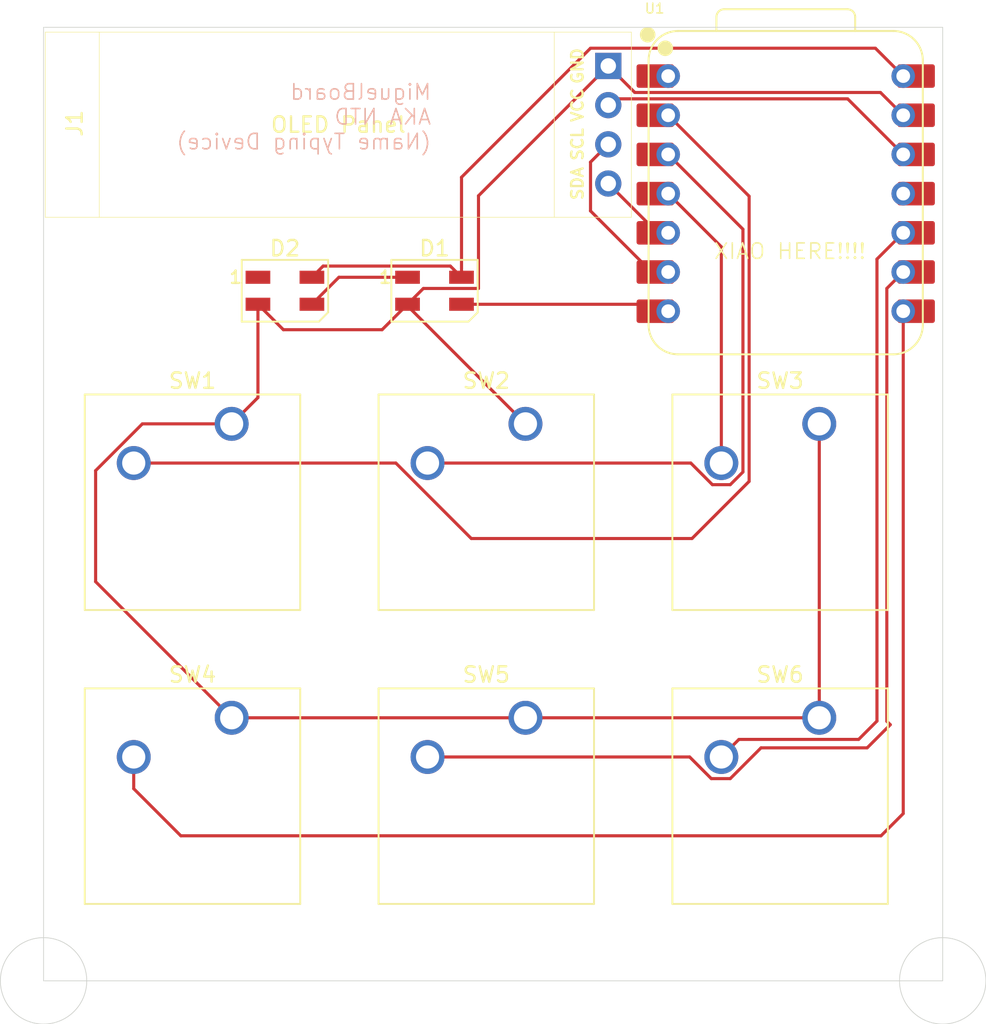
<source format=kicad_pcb>
(kicad_pcb (version 20241229) (generator "pcbnew") (generator_version "9.0")
  (layers (0 "F.Cu" signal) (2 "B.Cu" signal) (13 "F.Paste" user) (15 "B.Paste" user) (5 "F.SilkS" user "F.Silkscreen") (7 "B.SilkS" user "B.Silkscreen") (1 "F.Mask" user) (3 "B.Mask" user) (25 "Edge.Cuts" user))
  (net 0 "")
  (net 1 "+5V")
  (net 2 "Net-(D1-DIN)")
  (net 3 "Net-(D1-DOUT)")
  (net 4 "GND")
  (net 6 "Net-(U1-GPIO2{slash}SCK)")
  (net 7 "Net-(U1-GPIO4{slash}MISO)")
  (net 8 "Net-(U1-GPIO28{slash}ADC2{slash}A2)")
  (net 9 "Net-(J1-Pin_4)")
  (net 10 "Net-(J1-Pin_2)")
  (net 11 "Net-(J1-Pin_3)")
  (net 12 "Net-(U1-GPIO27{slash}ADC1{slash}A1)")
  (net 13 "Net-(U1-GPIO29{slash}ADC3{slash}A3)")
  (net 14 "Net-(U1-GPIO1{slash}RX)")
  (footprint "Button_Switch_Keyboard:SW_Cherry_MX_1.00u_PCB" (layer "F.Cu") (at 109.69625 130.65125)
    (property "Reference" "SW4" (at -2.54 -2.794 0) (layer "F.SilkS"))
    (property "Value" "SW_Push")
    (fp_line (start -9.525 -1.905) (end 4.445 -1.905) (stroke (width 0.12)) (layer "F.SilkS"))
    (fp_line (start -9.525 12.065) (end -9.525 -1.905) (stroke (width 0.12)) (layer "F.SilkS"))
    (fp_line (start 4.445 -1.905) (end 4.445 12.065) (stroke (width 0.12)) (layer "F.SilkS"))
    (fp_line (start 4.445 12.065) (end -9.525 12.065) (stroke (width 0.12)) (layer "F.SilkS"))
    (pad "" np_thru_hole circle (at -7.62 5.08) (size 1.7 1.7) (drill 1.7) (layers "*.Cu" "*.Mask"))
    (pad "" np_thru_hole circle (at -2.54 5.08) (size 4 4) (drill 4) (layers "*.Cu" "*.Mask"))
    (pad "" np_thru_hole circle (at 2.54 5.08) (size 1.7 1.7) (drill 1.7) (layers "*.Cu" "*.Mask"))
    (pad "1" thru_hole circle (at 0 0) (size 2.2 2.2) (drill 1.5) (layers "*.Cu" "*.Mask") (net 4 "GND"))
    (pad "2" thru_hole circle (at -6.35 2.54) (size 2.2 2.2) (drill 1.5) (layers "*.Cu" "*.Mask") (net 14 "Net-(U1-GPIO1{slash}RX)"))
  )
  (footprint "LED_SMD:LED_SK6812MINI_PLCC4_3.5x3.5mm_P1.75mm" (layer "F.Cu") (at 122.85 102.975)
    (property "Reference" "D1" (at 0 -2.75 0) (layer "F.SilkS"))
    (property "Value" "SK6812MINI")
    (fp_line (start -2.8 -2) (end -2.8 2) (stroke (width 0.12)) (layer "F.SilkS"))
    (fp_line (start -2.8 -2) (end 2.8 -2) (stroke (width 0.12)) (layer "F.SilkS"))
    (fp_line (start -2.8 2) (end 2.2 2) (stroke (width 0.12)) (layer "F.SilkS"))
    (fp_line (start 2.8 1.4) (end 2.2 2) (stroke (width 0.12)) (layer "F.SilkS"))
    (fp_line (start 2.8 1.4) (end 2.8 -2) (stroke (width 0.12)) (layer "F.SilkS"))
    (fp_text user "1" (at -3.2 -0.875 0) (layer "F.SilkS") (effects (font (size 0.8 0.8))))
    (pad "1" smd rect (at -1.75 -0.875) (size 1.6 0.85) (layers "F.Cu" "F.Mask" "F.Paste") (net 3 "Net-(D1-DOUT)"))
    (pad "2" smd rect (at -1.75 0.875) (size 1.6 0.85) (layers "F.Cu" "F.Mask" "F.Paste") (net 4 "GND"))
    (pad "3" smd rect (at 1.75 0.875) (size 1.6 0.85) (layers "F.Cu" "F.Mask" "F.Paste") (net 2 "Net-(D1-DIN)"))
    (pad "4" smd rect (at 1.75 -0.875) (size 1.6 0.85) (layers "F.Cu" "F.Mask" "F.Paste") (net 1 "+5V"))
  )
  (footprint "Button_Switch_Keyboard:SW_Cherry_MX_1.00u_PCB" (layer "F.Cu") (at 128.74625 130.65125)
    (property "Reference" "SW5" (at -2.54 -2.794 0) (layer "F.SilkS"))
    (property "Value" "SW_Push")
    (fp_line (start -9.525 -1.905) (end 4.445 -1.905) (stroke (width 0.12)) (layer "F.SilkS"))
    (fp_line (start -9.525 12.065) (end -9.525 -1.905) (stroke (width 0.12)) (layer "F.SilkS"))
    (fp_line (start 4.445 -1.905) (end 4.445 12.065) (stroke (width 0.12)) (layer "F.SilkS"))
    (fp_line (start 4.445 12.065) (end -9.525 12.065) (stroke (width 0.12)) (layer "F.SilkS"))
    (pad "" np_thru_hole circle (at -7.62 5.08) (size 1.7 1.7) (drill 1.7) (layers "*.Cu" "*.Mask"))
    (pad "" np_thru_hole circle (at -2.54 5.08) (size 4 4) (drill 4) (layers "*.Cu" "*.Mask"))
    (pad "" np_thru_hole circle (at 2.54 5.08) (size 1.7 1.7) (drill 1.7) (layers "*.Cu" "*.Mask"))
    (pad "1" thru_hole circle (at 0 0) (size 2.2 2.2) (drill 1.5) (layers "*.Cu" "*.Mask") (net 4 "GND"))
    (pad "2" thru_hole circle (at -6.35 2.54) (size 2.2 2.2) (drill 1.5) (layers "*.Cu" "*.Mask") (net 6 "Net-(U1-GPIO2{slash}SCK)"))
  )
  (footprint "OPL:XIAO-RP2040-DIP" (layer "F.Cu") (at 145.62 96.68)
    (property "Reference" "U1" (at -8.5 -12 0) (layer "F.SilkS") (effects (font (size 0.635 0.635) (thickness 0.1016))))
    (property "Value" "XIAO-RP2040-DIP")
    (fp_line (start -8.89 8.509) (end -8.89 -8.636) (stroke (width 0.127)) (layer "F.SilkS"))
    (fp_line (start -6.985 10.414) (end 6.985 10.414) (stroke (width 0.127)) (layer "F.SilkS"))
    (fp_line (start -4.495 -10.541) (end -4.491272 -11.451272) (stroke (width 0.127)) (layer "F.SilkS"))
    (fp_line (start -3.991272 -11.951) (end 4.004 -11.951) (stroke (width 0.127)) (layer "F.SilkS"))
    (fp_line (start 4.504 -11.451) (end 4.504 -10.541) (stroke (width 0.127)) (layer "F.SilkS"))
    (fp_line (start 6.985 -10.541) (end -6.985 -10.541) (stroke (width 0.1)) (layer "F.SilkS"))
    (fp_line (start 6.985 -10.541) (end -6.985 -10.541) (stroke (width 0.127)) (layer "F.SilkS"))
    (fp_line (start 8.89 8.509) (end 8.89 -8.636) (stroke (width 0.127)) (layer "F.SilkS"))
    (fp_arc (start -8.89 -8.636) (mid -8.332038 -9.983038) (end -6.985 -10.541) (stroke (width 0.127)) (layer "F.SilkS"))
    (fp_arc (start -6.985 10.414) (mid -8.332038 9.856038) (end -8.89 8.509) (stroke (width 0.127)) (layer "F.SilkS"))
    (fp_arc (start -4.491272 -11.451272) (mid -4.344728 -11.80464) (end -3.991272 -11.951) (stroke (width 0.127)) (layer "F.SilkS"))
    (fp_arc (start 4.004 -11.951) (mid 4.357553 -11.804553) (end 4.504 -11.451) (stroke (width 0.127)) (layer "F.SilkS"))
    (fp_arc (start 6.985 -10.541) (mid 8.332038 -9.983038) (end 8.89 -8.636) (stroke (width 0.127)) (layer "F.SilkS"))
    (fp_arc (start 8.89 8.509) (mid 8.332038 9.856038) (end 6.985 10.414) (stroke (width 0.127)) (layer "F.SilkS"))
    (fp_circle (center -8.95 -10.3) (end -8.95 -10.554) (stroke (width 0.5)) (fill yes) (layer "F.SilkS"))
    (fp_circle (center -7.807 -9.42) (end -7.807 -9.674) (stroke (width 0.5)) (fill yes) (layer "F.SilkS"))
    (pad "1" smd roundrect (at -8.455 -7.62 180) (size 2.432 1.524) (layers "F.Cu" "F.Mask") (roundrect_rratio 0.1))
    (pad "1" thru_hole circle (at -7.62 -7.62 180) (size 1.524 1.524) (drill 0.889) (layers "*.Cu" "*.Mask"))
    (pad "2" smd roundrect (at -8.455 -5.08 180) (size 2.432 1.524) (layers "F.Cu" "F.Mask") (roundrect_rratio 0.1) (net 12 "Net-(U1-GPIO27{slash}ADC1{slash}A1)"))
    (pad "2" thru_hole circle (at -7.62 -5.08 180) (size 1.524 1.524) (drill 0.889) (layers "*.Cu" "*.Mask") (net 12 "Net-(U1-GPIO27{slash}ADC1{slash}A1)"))
    (pad "3" smd roundrect (at -8.455 -2.54 180) (size 2.432 1.524) (layers "F.Cu" "F.Mask") (roundrect_rratio 0.1) (net 8 "Net-(U1-GPIO28{slash}ADC2{slash}A2)"))
    (pad "3" thru_hole circle (at -7.62 -2.54 180) (size 1.524 1.524) (drill 0.889) (layers "*.Cu" "*.Mask") (net 8 "Net-(U1-GPIO28{slash}ADC2{slash}A2)"))
    (pad "4" smd roundrect (at -8.455 0 180) (size 2.432 1.524) (layers "F.Cu" "F.Mask") (roundrect_rratio 0.1) (net 13 "Net-(U1-GPIO29{slash}ADC3{slash}A3)"))
    (pad "4" thru_hole circle (at -7.62 0 180) (size 1.524 1.524) (drill 0.889) (layers "*.Cu" "*.Mask") (net 13 "Net-(U1-GPIO29{slash}ADC3{slash}A3)"))
    (pad "5" smd roundrect (at -8.455 2.54 180) (size 2.432 1.524) (layers "F.Cu" "F.Mask") (roundrect_rratio 0.1) (net 9 "Net-(J1-Pin_4)"))
    (pad "5" thru_hole circle (at -7.62 2.54 180) (size 1.524 1.524) (drill 0.889) (layers "*.Cu" "*.Mask") (net 9 "Net-(J1-Pin_4)"))
    (pad "6" smd roundrect (at -8.455 5.08 180) (size 2.432 1.524) (layers "F.Cu" "F.Mask") (roundrect_rratio 0.1) (net 11 "Net-(J1-Pin_3)"))
    (pad "6" thru_hole circle (at -7.62 5.08 180) (size 1.524 1.524) (drill 0.889) (layers "*.Cu" "*.Mask") (net 11 "Net-(J1-Pin_3)"))
    (pad "7" smd roundrect (at -8.455 7.62 180) (size 2.432 1.524) (layers "F.Cu" "F.Mask") (roundrect_rratio 0.1) (net 2 "Net-(D1-DIN)"))
    (pad "7" thru_hole circle (at -7.62 7.62 180) (size 1.524 1.524) (drill 0.889) (layers "*.Cu" "*.Mask") (net 2 "Net-(D1-DIN)"))
    (pad "8" thru_hole circle (at 7.62 7.62) (size 1.524 1.524) (drill 0.889) (layers "*.Cu" "*.Mask") (net 14 "Net-(U1-GPIO1{slash}RX)"))
    (pad "8" smd roundrect (at 8.455 7.62) (size 2.432 1.524) (layers "F.Cu" "F.Mask") (roundrect_rratio 0.1) (net 14 "Net-(U1-GPIO1{slash}RX)"))
    (pad "9" thru_hole circle (at 7.62 5.08) (size 1.524 1.524) (drill 0.889) (layers "*.Cu" "*.Mask") (net 6 "Net-(U1-GPIO2{slash}SCK)"))
    (pad "9" smd roundrect (at 8.455 5.08) (size 2.432 1.524) (layers "F.Cu" "F.Mask") (roundrect_rratio 0.1) (net 6 "Net-(U1-GPIO2{slash}SCK)"))
    (pad "10" thru_hole circle (at 7.62 2.54) (size 1.524 1.524) (drill 0.889) (layers "*.Cu" "*.Mask") (net 7 "Net-(U1-GPIO4{slash}MISO)"))
    (pad "10" smd roundrect (at 8.455 2.54) (size 2.432 1.524) (layers "F.Cu" "F.Mask") (roundrect_rratio 0.1) (net 7 "Net-(U1-GPIO4{slash}MISO)"))
    (pad "11" thru_hole circle (at 7.62 0) (size 1.524 1.524) (drill 0.889) (layers "*.Cu" "*.Mask"))
    (pad "11" smd roundrect (at 8.455 0) (size 2.432 1.524) (layers "F.Cu" "F.Mask") (roundrect_rratio 0.1))
    (pad "12" thru_hole circle (at 7.62 -2.54) (size 1.524 1.524) (drill 0.889) (layers "*.Cu" "*.Mask") (net 10 "Net-(J1-Pin_2)"))
    (pad "12" smd roundrect (at 8.455 -2.54) (size 2.432 1.524) (layers "F.Cu" "F.Mask") (roundrect_rratio 0.1) (net 10 "Net-(J1-Pin_2)"))
    (pad "13" thru_hole circle (at 7.62 -5.08) (size 1.524 1.524) (drill 0.889) (layers "*.Cu" "*.Mask") (net 4 "GND"))
    (pad "13" smd roundrect (at 8.455 -5.08) (size 2.432 1.524) (layers "F.Cu" "F.Mask") (roundrect_rratio 0.1) (net 4 "GND"))
    (pad "14" thru_hole circle (at 7.62 -7.62) (size 1.524 1.524) (drill 0.889) (layers "*.Cu" "*.Mask") (net 1 "+5V"))
    (pad "14" smd roundrect (at 8.455 -7.62) (size 2.432 1.524) (layers "F.Cu" "F.Mask") (roundrect_rratio 0.1) (net 1 "+5V"))
  )
  (footprint "Button_Switch_Keyboard:SW_Cherry_MX_1.00u_PCB" (layer "F.Cu") (at 147.79625 111.60125)
    (property "Reference" "SW3" (at -2.54 -2.794 0) (layer "F.SilkS"))
    (property "Value" "SW_Push")
    (fp_line (start -9.525 -1.905) (end 4.445 -1.905) (stroke (width 0.12)) (layer "F.SilkS"))
    (fp_line (start -9.525 12.065) (end -9.525 -1.905) (stroke (width 0.12)) (layer "F.SilkS"))
    (fp_line (start 4.445 -1.905) (end 4.445 12.065) (stroke (width 0.12)) (layer "F.SilkS"))
    (fp_line (start 4.445 12.065) (end -9.525 12.065) (stroke (width 0.12)) (layer "F.SilkS"))
    (pad "" np_thru_hole circle (at -7.62 5.08) (size 1.7 1.7) (drill 1.7) (layers "*.Cu" "*.Mask"))
    (pad "" np_thru_hole circle (at -2.54 5.08) (size 4 4) (drill 4) (layers "*.Cu" "*.Mask"))
    (pad "" np_thru_hole circle (at 2.54 5.08) (size 1.7 1.7) (drill 1.7) (layers "*.Cu" "*.Mask"))
    (pad "1" thru_hole circle (at 0 0) (size 2.2 2.2) (drill 1.5) (layers "*.Cu" "*.Mask") (net 4 "GND"))
    (pad "2" thru_hole circle (at -6.35 2.54) (size 2.2 2.2) (drill 1.5) (layers "*.Cu" "*.Mask") (net 13 "Net-(U1-GPIO29{slash}ADC3{slash}A3)"))
  )
  (footprint "Button_Switch_Keyboard:SW_Cherry_MX_1.00u_PCB" (layer "F.Cu") (at 128.74625 111.60125)
    (property "Reference" "SW2" (at -2.54 -2.794 0) (layer "F.SilkS"))
    (property "Value" "SW_Push")
    (fp_line (start -9.525 -1.905) (end 4.445 -1.905) (stroke (width 0.12)) (layer "F.SilkS"))
    (fp_line (start -9.525 12.065) (end -9.525 -1.905) (stroke (width 0.12)) (layer "F.SilkS"))
    (fp_line (start 4.445 -1.905) (end 4.445 12.065) (stroke (width 0.12)) (layer "F.SilkS"))
    (fp_line (start 4.445 12.065) (end -9.525 12.065) (stroke (width 0.12)) (layer "F.SilkS"))
    (pad "" np_thru_hole circle (at -7.62 5.08) (size 1.7 1.7) (drill 1.7) (layers "*.Cu" "*.Mask"))
    (pad "" np_thru_hole circle (at -2.54 5.08) (size 4 4) (drill 4) (layers "*.Cu" "*.Mask"))
    (pad "" np_thru_hole circle (at 2.54 5.08) (size 1.7 1.7) (drill 1.7) (layers "*.Cu" "*.Mask"))
    (pad "1" thru_hole circle (at 0 0) (size 2.2 2.2) (drill 1.5) (layers "*.Cu" "*.Mask") (net 4 "GND"))
    (pad "2" thru_hole circle (at -6.35 2.54) (size 2.2 2.2) (drill 1.5) (layers "*.Cu" "*.Mask") (net 8 "Net-(U1-GPIO28{slash}ADC2{slash}A2)"))
  )
  (footprint "OPL 2:SSD1306-0.91-OLED-4pin-128x32" (layer "F.Cu") (at 97.615 86.215)
    (property "Reference" "J1" (at 1.9 5.91 90) (layer "F.SilkS"))
    (property "Value" "Conn_01x04")
    (fp_line (start 0 0) (end 0 12) (stroke (width 0.04)) (layer "F.SilkS"))
    (fp_line (start 0 12) (end 38 12) (stroke (width 0.04)) (layer "F.SilkS"))
    (fp_line (start 3.5 0) (end 3.5 12) (stroke (width 0.04)) (layer "F.SilkS"))
    (fp_line (start 33 0) (end 33 12) (stroke (width 0.04)) (layer "F.SilkS"))
    (fp_line (start 38 0) (end 0 0) (stroke (width 0.04)) (layer "F.SilkS"))
    (fp_line (start 38 12) (end 38 0) (stroke (width 0.04)) (layer "F.SilkS"))
    (fp_text user "GND" (at 34.5 2.19 270) (layer "F.SilkS") (effects (font (size 0.75 0.75))))
    (fp_text user "VCC" (at 34.5 4.73 270) (layer "F.SilkS") (effects (font (size 0.75 0.75))))
    (fp_text user "SDA" (at 34.5 9.81 270) (layer "F.SilkS") (effects (font (size 0.75 0.75))))
    (fp_text user "OLED Panel" (at 19 6 0) (layer "F.SilkS"))
    (fp_text user "SCL" (at 34.5 7.27 270) (layer "F.SilkS") (effects (font (size 0.75 0.75))))
    (pad "1" thru_hole rect (at 36.5 2.19) (size 1.7 1.7) (drill 1) (layers "*.Cu" "*.Mask") (net 4 "GND"))
    (pad "2" thru_hole oval (at 36.5 4.73) (size 1.7 1.7) (drill 1) (layers "*.Cu" "*.Mask") (net 10 "Net-(J1-Pin_2)"))
    (pad "3" thru_hole oval (at 36.5 7.27) (size 1.7 1.7) (drill 1) (layers "*.Cu" "*.Mask") (net 11 "Net-(J1-Pin_3)"))
    (pad "4" thru_hole oval (at 36.5 9.81) (size 1.7 1.7) (drill 1) (layers "*.Cu" "*.Mask") (net 9 "Net-(J1-Pin_4)"))
  )
  (footprint "Button_Switch_Keyboard:SW_Cherry_MX_1.00u_PCB" (layer "F.Cu") (at 109.69625 111.60125)
    (property "Reference" "SW1" (at -2.54 -2.794 0) (layer "F.SilkS"))
    (property "Value" "SW_Push")
    (fp_line (start -9.525 -1.905) (end 4.445 -1.905) (stroke (width 0.12)) (layer "F.SilkS"))
    (fp_line (start -9.525 12.065) (end -9.525 -1.905) (stroke (width 0.12)) (layer "F.SilkS"))
    (fp_line (start 4.445 -1.905) (end 4.445 12.065) (stroke (width 0.12)) (layer "F.SilkS"))
    (fp_line (start 4.445 12.065) (end -9.525 12.065) (stroke (width 0.12)) (layer "F.SilkS"))
    (pad "" np_thru_hole circle (at -7.62 5.08) (size 1.7 1.7) (drill 1.7) (layers "*.Cu" "*.Mask"))
    (pad "" np_thru_hole circle (at -2.54 5.08) (size 4 4) (drill 4) (layers "*.Cu" "*.Mask"))
    (pad "" np_thru_hole circle (at 2.54 5.08) (size 1.7 1.7) (drill 1.7) (layers "*.Cu" "*.Mask"))
    (pad "1" thru_hole circle (at 0 0) (size 2.2 2.2) (drill 1.5) (layers "*.Cu" "*.Mask") (net 4 "GND"))
    (pad "2" thru_hole circle (at -6.35 2.54) (size 2.2 2.2) (drill 1.5) (layers "*.Cu" "*.Mask") (net 12 "Net-(U1-GPIO27{slash}ADC1{slash}A1)"))
  )
  (footprint "LED_SMD:LED_SK6812MINI_PLCC4_3.5x3.5mm_P1.75mm" (layer "F.Cu") (at 113.15 102.975)
    (property "Reference" "D2" (at 0 -2.75 0) (layer "F.SilkS"))
    (property "Value" "SK6812MINI")
    (fp_line (start -2.8 -2) (end -2.8 2) (stroke (width 0.12)) (layer "F.SilkS"))
    (fp_line (start -2.8 -2) (end 2.8 -2) (stroke (width 0.12)) (layer "F.SilkS"))
    (fp_line (start -2.8 2) (end 2.2 2) (stroke (width 0.12)) (layer "F.SilkS"))
    (fp_line (start 2.8 1.4) (end 2.2 2) (stroke (width 0.12)) (layer "F.SilkS"))
    (fp_line (start 2.8 1.4) (end 2.8 -2) (stroke (width 0.12)) (layer "F.SilkS"))
    (fp_text user "1" (at -3.2 -0.875 0) (layer "F.SilkS") (effects (font (size 0.8 0.8))))
    (pad "1" smd rect (at -1.75 -0.875) (size 1.6 0.85) (layers "F.Cu" "F.Mask" "F.Paste"))
    (pad "2" smd rect (at -1.75 0.875) (size 1.6 0.85) (layers "F.Cu" "F.Mask" "F.Paste") (net 4 "GND"))
    (pad "3" smd rect (at 1.75 0.875) (size 1.6 0.85) (layers "F.Cu" "F.Mask" "F.Paste") (net 3 "Net-(D1-DOUT)"))
    (pad "4" smd rect (at 1.75 -0.875) (size 1.6 0.85) (layers "F.Cu" "F.Mask" "F.Paste") (net 1 "+5V"))
  )
  (footprint "Button_Switch_Keyboard:SW_Cherry_MX_1.00u_PCB" (layer "F.Cu") (at 147.79625 130.65125)
    (property "Reference" "SW6" (at -2.54 -2.794 0) (layer "F.SilkS"))
    (property "Value" "SW_Push")
    (fp_line (start -9.525 -1.905) (end 4.445 -1.905) (stroke (width 0.12)) (layer "F.SilkS"))
    (fp_line (start -9.525 12.065) (end -9.525 -1.905) (stroke (width 0.12)) (layer "F.SilkS"))
    (fp_line (start 4.445 -1.905) (end 4.445 12.065) (stroke (width 0.12)) (layer "F.SilkS"))
    (fp_line (start 4.445 12.065) (end -9.525 12.065) (stroke (width 0.12)) (layer "F.SilkS"))
    (pad "" np_thru_hole circle (at -7.62 5.08) (size 1.7 1.7) (drill 1.7) (layers "*.Cu" "*.Mask"))
    (pad "" np_thru_hole circle (at -2.54 5.08) (size 4 4) (drill 4) (layers "*.Cu" "*.Mask"))
    (pad "" np_thru_hole circle (at 2.54 5.08) (size 1.7 1.7) (drill 1.7) (layers "*.Cu" "*.Mask"))
    (pad "1" thru_hole circle (at 0 0) (size 2.2 2.2) (drill 1.5) (layers "*.Cu" "*.Mask") (net 4 "GND"))
    (pad "2" thru_hole circle (at -6.35 2.54) (size 2.2 2.2) (drill 1.5) (layers "*.Cu" "*.Mask") (net 7 "Net-(U1-GPIO4{slash}MISO)"))
  )
  (gr_circle (center 97.5 147.7) (end 97.5 150.5) (stroke (width 0.05)) (fill no) (layer "Edge.Cuts"))
  (gr_circle (center 155.8 147.7) (end 155.8 150.5) (stroke (width 0.05)) (fill no) (layer "Edge.Cuts"))
  (gr_rect (start 97.5 85.9) (end 155.8 147.7) (stroke (width 0.05)) (fill no) (layer "Edge.Cuts"))
  (gr_text "XIAO HERE!!!!" (at 140.9 101 0) (layer "F.SilkS") (effects (font (size 1 1) (thickness 0.1)) (justify left bottom)))
  (gr_text "MiguelBoard\nAKA NTD\n(Name Typing Device)" (at 122.7 93.9 -0) (layer "B.SilkS") (effects (font (size 1 1) (thickness 0.1)) (justify left bottom mirror)))
  (segment (start 123.874 101.374) (end 115.626 101.374) (width 0.2) (layer "F.Cu") (net 1))
  (segment (start 124.6 95.618) (end 132.964 87.254) (width 0.2) (layer "F.Cu") (net 1))
  (segment (start 115.626 101.374) (end 114.9 102.1) (width 0.2) (layer "F.Cu") (net 1))
  (segment (start 132.964 87.254) (end 151.434 87.254) (width 0.2) (layer "F.Cu") (net 1))
  (segment (start 124.6 102.1) (end 124.6 95.618) (width 0.2) (layer "F.Cu") (net 1))
  (segment (start 124.6 102.1) (end 123.874 101.374) (width 0.2) (layer "F.Cu") (net 1))
  (segment (start 151.434 87.254) (end 153.24 89.06) (width 0.2) (layer "F.Cu") (net 1))
  (segment (start 124.6 103.85) (end 137.55 103.85) (width 0.2) (layer "F.Cu") (net 2))
  (segment (start 137.55 103.85) (end 138 104.3) (width 0.2) (layer "F.Cu") (net 2))
  (segment (start 121.1 102.1) (end 116.65 102.1) (width 0.2) (layer "F.Cu") (net 3))
  (segment (start 116.65 102.1) (end 114.9 103.85) (width 0.2) (layer "F.Cu") (net 3))
  (segment (start 121.1 103.85) (end 119.45 105.5) (width 0.2) (layer "F.Cu") (net 4))
  (segment (start 125.701 96.819) (end 134.115 88.405) (width 0.2) (layer "F.Cu") (net 4))
  (segment (start 111.4 103.85) (end 111.4 109.8975) (width 0.2) (layer "F.Cu") (net 4))
  (segment (start 122.124 102.826) (end 125.701 102.826) (width 0.2) (layer "F.Cu") (net 4))
  (segment (start 147.79625 130.65125) (end 147.79625 111.60125) (width 0.2) (layer "F.Cu") (net 4))
  (segment (start 111.4 109.8975) (end 109.69625 111.60125) (width 0.2) (layer "F.Cu") (net 4))
  (segment (start 128.74625 111.60125) (end 121.1 103.955) (width 0.2) (layer "F.Cu") (net 4))
  (segment (start 135.833 90.123) (end 151.763 90.123) (width 0.2) (layer "F.Cu") (net 4))
  (segment (start 100.87525 121.83025) (end 109.69625 130.65125) (width 0.2) (layer "F.Cu") (net 4))
  (segment (start 121.1 103.955) (end 121.1 103.85) (width 0.2) (layer "F.Cu") (net 4))
  (segment (start 119.45 105.5) (end 113.05 105.5) (width 0.2) (layer "F.Cu") (net 4))
  (segment (start 125.701 102.826) (end 125.701 96.819) (width 0.2) (layer "F.Cu") (net 4))
  (segment (start 100.87525 114.630936) (end 100.87525 121.83025) (width 0.2) (layer "F.Cu") (net 4))
  (segment (start 128.74625 130.65125) (end 147.79625 130.65125) (width 0.2) (layer "F.Cu") (net 4))
  (segment (start 121.1 103.85) (end 122.124 102.826) (width 0.2) (layer "F.Cu") (net 4))
  (segment (start 109.69625 111.60125) (end 103.904936 111.60125) (width 0.2) (layer "F.Cu") (net 4))
  (segment (start 103.904936 111.60125) (end 100.87525 114.630936) (width 0.2) (layer "F.Cu") (net 4))
  (segment (start 134.115 88.405) (end 135.833 90.123) (width 0.2) (layer "F.Cu") (net 4))
  (segment (start 113.05 105.5) (end 111.4 103.85) (width 0.2) (layer "F.Cu") (net 4))
  (segment (start 151.763 90.123) (end 153.24 91.6) (width 0.2) (layer "F.Cu") (net 4))
  (segment (start 109.69625 130.65125) (end 128.74625 130.65125) (width 0.2) (layer "F.Cu") (net 4))
  (segment (start 142.026564 134.59225) (end 144.018814 132.6) (width 0.2) (layer "F.Cu") (net 6))
  (segment (start 150.9 132.6) (end 152.4 131.1) (width 0.2) (layer "F.Cu") (net 6))
  (segment (start 139.391434 133.19125) (end 140.792434 134.59225) (width 0.2) (layer "F.Cu") (net 6))
  (segment (start 140.792434 134.59225) (end 142.026564 134.59225) (width 0.2) (layer "F.Cu") (net 6))
  (segment (start 152.4 131.1) (end 152.177 130.877) (width 0.2) (layer "F.Cu") (net 6))
  (segment (start 144.018814 132.6) (end 150.9 132.6) (width 0.2) (layer "F.Cu") (net 6))
  (segment (start 152.177 102.823) (end 153.24 101.76) (width 0.2) (layer "F.Cu") (net 6))
  (segment (start 152.177 130.877) (end 152.177 102.823) (width 0.2) (layer "F.Cu") (net 6))
  (segment (start 122.39625 133.19125) (end 139.391434 133.19125) (width 0.2) (layer "F.Cu") (net 6))
  (segment (start 151.53725 100.92275) (end 153.24 99.22) (width 0.2) (layer "F.Cu") (net 7))
  (segment (start 142.58525 132.05225) (end 150.34775 132.05225) (width 0.2) (layer "F.Cu") (net 7))
  (segment (start 150.34775 132.05225) (end 151.53725 130.86275) (width 0.2) (layer "F.Cu") (net 7))
  (segment (start 141.44625 133.19125) (end 142.58525 132.05225) (width 0.2) (layer "F.Cu") (net 7))
  (segment (start 151.53725 130.86275) (end 151.53725 100.92275) (width 0.2) (layer "F.Cu") (net 7))
  (segment (start 140.865936 115.54225) (end 142.026564 115.54225) (width 0.2) (layer "F.Cu") (net 8))
  (segment (start 142.84725 98.98725) (end 138 94.14) (width 0.2) (layer "F.Cu") (net 8))
  (segment (start 122.39625 114.14125) (end 139.464936 114.14125) (width 0.2) (layer "F.Cu") (net 8))
  (segment (start 139.464936 114.14125) (end 140.865936 115.54225) (width 0.2) (layer "F.Cu") (net 8))
  (segment (start 142.026564 115.54225) (end 142.84725 114.721564) (width 0.2) (layer "F.Cu") (net 8))
  (segment (start 142.84725 114.721564) (end 142.84725 98.98725) (width 0.2) (layer "F.Cu") (net 8))
  (segment (start 137.31 99.22) (end 138 99.22) (width 0.2) (layer "F.Cu") (net 9))
  (segment (start 134.115 96.025) (end 137.31 99.22) (width 0.2) (layer "F.Cu") (net 9))
  (segment (start 149.637 90.537) (end 153.24 94.14) (width 0.2) (layer "F.Cu") (net 10))
  (segment (start 134.523 90.537) (end 149.637 90.537) (width 0.2) (layer "F.Cu") (net 10))
  (segment (start 134.115 90.945) (end 134.523 90.537) (width 0.2) (layer "F.Cu") (net 10))
  (segment (start 134.115 93.485) (end 132.964 94.636) (width 0.2) (layer "F.Cu") (net 11))
  (segment (start 136.92237 101.76) (end 138 101.76) (width 0.2) (layer "F.Cu") (net 11))
  (segment (start 132.964 94.636) (end 132.964 97.80163) (width 0.2) (layer "F.Cu") (net 11))
  (segment (start 132.964 97.80163) (end 136.92237 101.76) (width 0.2) (layer "F.Cu") (net 11))
  (segment (start 143.24825 96.84825) (end 138 91.6) (width 0.2) (layer "F.Cu") (net 12))
  (segment (start 125.232434 119.03225) (end 139.544564 119.03225) (width 0.2) (layer "F.Cu") (net 12))
  (segment (start 139.544564 119.03225) (end 143.24825 115.328564) (width 0.2) (layer "F.Cu") (net 12))
  (segment (start 143.24825 115.328564) (end 143.24825 96.84825) (width 0.2) (layer "F.Cu") (net 12))
  (segment (start 103.34625 114.14125) (end 120.341434 114.14125) (width 0.2) (layer "F.Cu") (net 12))
  (segment (start 120.341434 114.14125) (end 125.232434 119.03225) (width 0.2) (layer "F.Cu") (net 12))
  (segment (start 141.44625 114.14125) (end 141.44625 100.12625) (width 0.2) (layer "F.Cu") (net 13))
  (segment (start 141.44625 100.12625) (end 138 96.68) (width 0.2) (layer "F.Cu") (net 13))
  (segment (start 106.400184 138.3) (end 103.34625 135.246066) (width 0.2) (layer "F.Cu") (net 14))
  (segment (start 153.24 104.3) (end 153.24 136.86) (width 0.2) (layer "F.Cu") (net 14))
  (segment (start 103.34625 135.246066) (end 103.34625 133.19125) (width 0.2) (layer "F.Cu") (net 14))
  (segment (start 151.8 138.3) (end 106.400184 138.3) (width 0.2) (layer "F.Cu") (net 14))
  (segment (start 153.24 136.86) (end 151.8 138.3) (width 0.2) (layer "F.Cu") (net 14))
)
</source>
